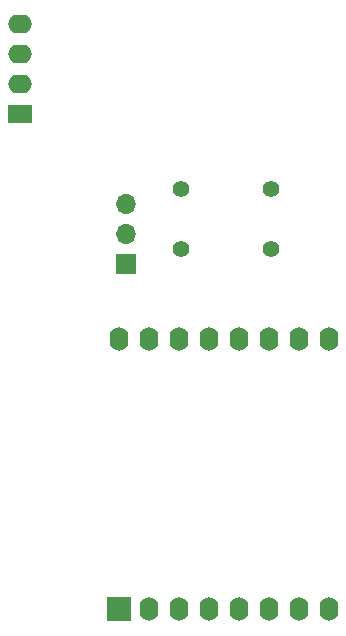
<source format=gbr>
%TF.GenerationSoftware,KiCad,Pcbnew,8.0.9-unknown-202502181922~c4009544a9~ubuntu24.04.1*%
%TF.CreationDate,2025-05-25T20:50:34-05:00*%
%TF.ProjectId,Pressure Reporter,50726573-7375-4726-9520-5265706f7274,rev?*%
%TF.SameCoordinates,Original*%
%TF.FileFunction,Soldermask,Bot*%
%TF.FilePolarity,Negative*%
%FSLAX46Y46*%
G04 Gerber Fmt 4.6, Leading zero omitted, Abs format (unit mm)*
G04 Created by KiCad (PCBNEW 8.0.9-unknown-202502181922~c4009544a9~ubuntu24.04.1) date 2025-05-25 20:50:34*
%MOMM*%
%LPD*%
G01*
G04 APERTURE LIST*
%ADD10R,1.700000X1.700000*%
%ADD11O,1.700000X1.700000*%
%ADD12R,2.000000X2.000000*%
%ADD13O,1.600000X2.000000*%
%ADD14C,1.397000*%
%ADD15R,2.000000X1.600000*%
%ADD16O,2.000000X1.600000*%
G04 APERTURE END LIST*
D10*
%TO.C,U2*%
X158595000Y-83345000D03*
D11*
X158595000Y-80805000D03*
X158595000Y-78265000D03*
%TD*%
D12*
%TO.C,U1*%
X157980000Y-112550000D03*
D13*
X160520000Y-112550000D03*
X163060000Y-112550000D03*
X165600000Y-112550000D03*
X168140000Y-112550000D03*
X170680000Y-112550000D03*
X173220000Y-112550000D03*
X175760000Y-112550000D03*
X175760000Y-89690000D03*
X173220000Y-89690000D03*
X170680000Y-89690000D03*
X168140000Y-89690000D03*
X165600000Y-89690000D03*
X163060000Y-89690000D03*
X160520000Y-89690000D03*
X157980000Y-89690000D03*
%TD*%
D14*
%TO.C,SW1*%
X163250000Y-77030000D03*
X170870000Y-77030000D03*
X170870000Y-82110000D03*
X163250000Y-82110000D03*
%TD*%
D15*
%TO.C,DISP1*%
X149610000Y-70640000D03*
D16*
X149610000Y-68100000D03*
X149610000Y-65560000D03*
X149610000Y-63020000D03*
%TD*%
M02*

</source>
